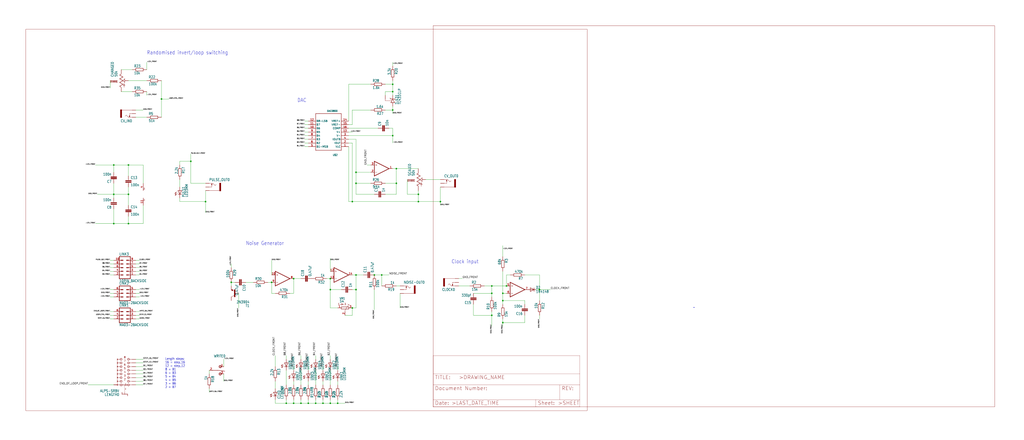
<source format=kicad_sch>
(kicad_sch (version 20211123) (generator eeschema)
  (paper "User" 708.66 304.8)
  (junction (at 203.2 193.04))
  (junction (at 228.6 193.04))
  (junction (at 259.08 190.5))
  (junction (at 187.96 195.58))
  (junction (at 271.78 58.42))
  (junction (at 228.6 279.4))
  (junction (at 347.98 208.28))
  (junction (at 228.6 200.66))
  (junction (at 223.52 279.4))
  (junction (at 271.78 93.98))
  (junction (at 78.74 134.62))
  (junction (at 233.68 279.4))
  (junction (at 208.28 279.4))
  (junction (at 350.52 198.12))
  (junction (at 160.02 195.58))
  (junction (at 246.38 190.5))
  (junction (at 88.9 134.62))
  (junction (at 264.16 190.5))
  (junction (at 88.9 154.94))
  (junction (at 347.98 203.2))
  (junction (at 340.36 198.12))
  (junction (at 289.56 134.62))
  (junction (at 213.36 279.4))
  (junction (at 274.32 127))
  (junction (at 218.44 279.4))
  (junction (at 132.08 111.76))
  (junction (at 111.76 68.58))
  (junction (at 271.78 76.2))
  (junction (at 243.84 139.7))
  (junction (at 142.24 139.7))
  (junction (at 271.78 63.5))
  (junction (at 246.38 200.66))
  (junction (at 347.98 223.52))
  (junction (at 340.36 218.44))
  (junction (at 243.84 213.36))
  (junction (at 274.32 116.84))
  (junction (at 340.36 203.2))
  (junction (at 304.8 139.7))
  (junction (at 88.9 114.3))
  (junction (at 198.12 279.4))
  (junction (at 246.38 119.38))
  (junction (at 373.38 200.66))
  (junction (at 289.56 139.7))
  (junction (at 78.74 154.94))
  (junction (at 246.38 127))
  (junction (at 203.2 279.4))
  (junction (at 78.74 114.3))
  (wire (pts (xy 187.96 203.2) (xy 190.5 203.2)))
  (wire (pts (xy 213.36 254) (xy 213.36 256.54)))
  (wire (pts (xy 99.06 254) (xy 93.98 254)))
  (wire (pts (xy 88.9 114.3) (xy 99.06 114.3)))
  (wire (pts (xy 241.3 99.06) (xy 243.84 99.06)))
  (wire (pts (xy 76.2 218.44) (xy 78.74 218.44)))
  (wire (pts (xy 99.06 127) (xy 99.06 114.3)))
  (wire (pts (xy 271.78 55.88) (xy 271.78 58.42)))
  (wire (pts (xy 363.22 208.28) (xy 363.22 210.82)))
  (wire (pts (xy 96.52 182.88) (xy 93.98 182.88)))
  (wire (pts (xy 233.68 276.86) (xy 233.68 279.4)))
  (wire (pts (xy 233.68 254) (xy 233.68 256.54)))
  (wire (pts (xy 210.82 88.9) (xy 213.36 88.9)))
  (wire (pts (xy 99.06 142.24) (xy 99.06 154.94)))
  (wire (pts (xy 190.5 264.16) (xy 190.5 269.24)))
  (wire (pts (xy 203.2 276.86) (xy 203.2 279.4)))
  (wire (pts (xy 254 114.3) (xy 256.54 114.3)))
  (wire (pts (xy 264.16 190.5) (xy 269.24 190.5)))
  (wire (pts (xy 363.22 190.5) (xy 373.38 190.5)))
  (wire (pts (xy 223.52 254) (xy 223.52 256.54)))
  (wire (pts (xy 170.18 195.58) (xy 175.26 195.58)))
  (wire (pts (xy 274.32 127) (xy 266.7 127)))
  (wire (pts (xy 88.9 121.92) (xy 88.9 114.3)))
  (wire (pts (xy 340.36 218.44) (xy 327.66 218.44)))
  (wire (pts (xy 96.52 203.2) (xy 93.98 203.2)))
  (wire (pts (xy 96.52 180.34) (xy 93.98 180.34)))
  (wire (pts (xy 144.78 269.24) (xy 144.78 271.78)))
  (wire (pts (xy 213.36 276.86) (xy 213.36 279.4)))
  (wire (pts (xy 99.06 264.16) (xy 93.98 264.16)))
  (wire (pts (xy 96.52 215.9) (xy 93.98 215.9)))
  (wire (pts (xy 238.76 218.44) (xy 243.84 218.44)))
  (wire (pts (xy 266.7 66.04) (xy 266.7 63.5)))
  (wire (pts (xy 91.44 48.26) (xy 83.82 48.26)))
  (wire (pts (xy 154.94 259.08) (xy 154.94 264.16)))
  (wire (pts (xy 223.52 264.16) (xy 223.52 266.7)))
  (wire (pts (xy 76.2 203.2) (xy 78.74 203.2)))
  (wire (pts (xy 274.32 134.62) (xy 274.32 127)))
  (wire (pts (xy 256.54 58.42) (xy 241.3 58.42)))
  (wire (pts (xy 210.82 101.6) (xy 213.36 101.6)))
  (wire (pts (xy 76.2 185.42) (xy 78.74 185.42)))
  (wire (pts (xy 274.32 116.84) (xy 289.56 116.84)))
  (wire (pts (xy 347.98 208.28) (xy 363.22 208.28)))
  (wire (pts (xy 223.52 279.4) (xy 218.44 279.4)))
  (wire (pts (xy 233.68 279.4) (xy 228.6 279.4)))
  (wire (pts (xy 243.84 99.06) (xy 243.84 139.7)))
  (wire (pts (xy 187.96 180.34) (xy 187.96 190.5)))
  (wire (pts (xy 99.06 266.7) (xy 93.98 266.7)))
  (wire (pts (xy 363.22 223.52) (xy 363.22 218.44)))
  (wire (pts (xy 271.78 66.04) (xy 271.78 63.5)))
  (wire (pts (xy 271.78 93.98) (xy 271.78 99.06)))
  (wire (pts (xy 256.54 76.2) (xy 243.84 76.2)))
  (wire (pts (xy 132.08 111.76) (xy 132.08 106.68)))
  (wire (pts (xy 317.5 198.12) (xy 325.12 198.12)))
  (wire (pts (xy 187.96 195.58) (xy 185.42 195.58)))
  (wire (pts (xy 124.46 111.76) (xy 132.08 111.76)))
  (wire (pts (xy 99.06 261.62) (xy 93.98 261.62)))
  (wire (pts (xy 96.52 190.5) (xy 93.98 190.5)))
  (wire (pts (xy 228.6 246.38) (xy 228.6 248.92)))
  (wire (pts (xy 76.2 60.96) (xy 76.2 55.88)))
  (wire (pts (xy 76.2 205.74) (xy 78.74 205.74)))
  (wire (pts (xy 246.38 127) (xy 256.54 127)))
  (wire (pts (xy 218.44 276.86) (xy 218.44 279.4)))
  (wire (pts (xy 246.38 96.52) (xy 246.38 119.38)))
  (wire (pts (xy 243.84 76.2) (xy 243.84 86.36)))
  (wire (pts (xy 271.78 63.5) (xy 271.78 58.42)))
  (wire (pts (xy 266.7 58.42) (xy 271.78 58.42)))
  (wire (pts (xy 213.36 264.16) (xy 213.36 266.7)))
  (wire (pts (xy 243.84 200.66) (xy 246.38 200.66)))
  (wire (pts (xy 243.84 139.7) (xy 289.56 139.7)))
  (wire (pts (xy 162.56 195.58) (xy 160.02 195.58)))
  (wire (pts (xy 96.52 220.98) (xy 93.98 220.98)))
  (wire (pts (xy 228.6 193.04) (xy 226.06 193.04)))
  (wire (pts (xy 66.04 154.94) (xy 78.74 154.94)))
  (wire (pts (xy 203.2 279.4) (xy 198.12 279.4)))
  (wire (pts (xy 165.1 213.36) (xy 165.1 203.2)))
  (wire (pts (xy 142.24 139.7) (xy 142.24 147.32)))
  (wire (pts (xy 88.9 129.54) (xy 88.9 134.62)))
  (wire (pts (xy 271.78 78.74) (xy 271.78 76.2)))
  (wire (pts (xy 281.94 134.62) (xy 289.56 134.62)))
  (wire (pts (xy 200.66 203.2) (xy 203.2 203.2)))
  (wire (pts (xy 160.02 198.12) (xy 160.02 195.58)))
  (wire (pts (xy 132.08 127) (xy 132.08 111.76)))
  (wire (pts (xy 238.76 279.4) (xy 233.68 279.4)))
  (wire (pts (xy 78.74 137.16) (xy 78.74 134.62)))
  (wire (pts (xy 124.46 139.7) (xy 142.24 139.7)))
  (wire (pts (xy 228.6 179.07) (xy 228.6 187.96)))
  (wire (pts (xy 218.44 279.4) (xy 213.36 279.4)))
  (wire (pts (xy 208.28 276.86) (xy 208.28 279.4)))
  (wire (pts (xy 335.28 198.12) (xy 340.36 198.12)))
  (wire (pts (xy 213.36 279.4) (xy 208.28 279.4)))
  (wire (pts (xy 340.36 205.74) (xy 340.36 203.2)))
  (wire (pts (xy 271.78 43.18) (xy 271.78 45.72)))
  (wire (pts (xy 347.98 208.28) (xy 347.98 210.82)))
  (wire (pts (xy 160.02 182.88) (xy 160.02 185.42)))
  (wire (pts (xy 276.86 203.2) (xy 276.86 213.36)))
  (wire (pts (xy 223.52 276.86) (xy 223.52 279.4)))
  (wire (pts (xy 101.6 43.18) (xy 101.6 48.26)))
  (wire (pts (xy 340.36 203.2) (xy 327.66 203.2)))
  (wire (pts (xy 370.84 200.66) (xy 373.38 200.66)))
  (wire (pts (xy 88.9 154.94) (xy 99.06 154.94)))
  (wire (pts (xy 320.04 193.04) (xy 317.5 193.04)))
  (wire (pts (xy 218.44 246.38) (xy 218.44 248.92)))
  (wire (pts (xy 88.9 142.24) (xy 88.9 134.62)))
  (wire (pts (xy 259.08 190.5) (xy 264.16 190.5)))
  (wire (pts (xy 233.68 213.36) (xy 228.6 213.36)))
  (wire (pts (xy 88.9 149.86) (xy 88.9 154.94)))
  (wire (pts (xy 208.28 246.38) (xy 208.28 248.92)))
  (wire (pts (xy 76.2 220.98) (xy 78.74 220.98)))
  (wire (pts (xy 76.2 190.5) (xy 78.74 190.5)))
  (wire (pts (xy 60.96 266.7) (xy 78.74 266.7)))
  (wire (pts (xy 218.44 256.54) (xy 218.44 266.7)))
  (wire (pts (xy 190.5 279.4) (xy 198.12 279.4)))
  (wire (pts (xy 271.78 76.2) (xy 271.78 73.66)))
  (wire (pts (xy 228.6 200.66) (xy 228.6 213.36)))
  (wire (pts (xy 96.52 187.96) (xy 93.98 187.96)))
  (wire (pts (xy 187.96 195.58) (xy 187.96 203.2)))
  (wire (pts (xy 281.94 124.46) (xy 281.94 134.62)))
  (wire (pts (xy 78.74 127) (xy 78.74 134.62)))
  (wire (pts (xy 99.06 248.92) (xy 93.98 248.92)))
  (wire (pts (xy 294.64 124.46) (xy 304.8 124.46)))
  (wire (pts (xy 210.82 91.44) (xy 213.36 91.44)))
  (wire (pts (xy 289.56 134.62) (xy 289.56 132.08)))
  (wire (pts (xy 243.84 218.44) (xy 243.84 213.36)))
  (wire (pts (xy 340.36 218.44) (xy 340.36 215.9)))
  (wire (pts (xy 78.74 154.94) (xy 88.9 154.94)))
  (wire (pts (xy 259.08 134.62) (xy 246.38 134.62)))
  (wire (pts (xy 203.2 254) (xy 203.2 256.54)))
  (wire (pts (xy 246.38 119.38) (xy 246.38 127)))
  (wire (pts (xy 124.46 137.16) (xy 124.46 139.7)))
  (wire (pts (xy 271.78 88.9) (xy 271.78 93.98)))
  (wire (pts (xy 289.56 139.7) (xy 304.8 139.7)))
  (wire (pts (xy 340.36 203.2) (xy 340.36 198.12)))
  (wire (pts (xy 76.2 187.96) (xy 78.74 187.96)))
  (wire (pts (xy 203.2 203.2) (xy 203.2 193.04)))
  (wire (pts (xy 76.2 180.34) (xy 78.74 180.34)))
  (wire (pts (xy 142.24 132.08) (xy 142.24 139.7)))
  (wire (pts (xy 246.38 200.66) (xy 246.38 213.36)))
  (wire (pts (xy 350.52 190.5) (xy 350.52 198.12)))
  (wire (pts (xy 373.38 220.98) (xy 373.38 218.44)))
  (wire (pts (xy 210.82 86.36) (xy 213.36 86.36)))
  (wire (pts (xy 241.3 88.9) (xy 261.62 88.9)))
  (wire (pts (xy 76.2 182.88) (xy 78.74 182.88)))
  (wire (pts (xy 246.38 134.62) (xy 246.38 127)))
  (wire (pts (xy 269.24 88.9) (xy 271.78 88.9)))
  (wire (pts (xy 78.74 114.3) (xy 88.9 114.3)))
  (wire (pts (xy 124.46 124.46) (xy 124.46 129.54)))
  (wire (pts (xy 241.3 101.6) (xy 241.3 139.7)))
  (wire (pts (xy 76.2 215.9) (xy 78.74 215.9)))
  (wire (pts (xy 210.82 83.82) (xy 213.36 83.82)))
  (wire (pts (xy 96.52 200.66) (xy 93.98 200.66)))
  (wire (pts (xy 142.24 127) (xy 132.08 127)))
  (wire (pts (xy 251.46 190.5) (xy 246.38 190.5)))
  (wire (pts (xy 99.06 256.54) (xy 93.98 256.54)))
  (wire (pts (xy 99.06 251.46) (xy 93.98 251.46)))
  (wire (pts (xy 241.3 139.7) (xy 243.84 139.7)))
  (wire (pts (xy 208.28 193.04) (xy 203.2 193.04)))
  (wire (pts (xy 271.78 116.84) (xy 274.32 116.84)))
  (wire (pts (xy 271.78 93.98) (xy 241.3 93.98)))
  (wire (pts (xy 99.06 259.08) (xy 93.98 259.08)))
  (wire (pts (xy 101.6 81.28) (xy 93.98 81.28)))
  (wire (pts (xy 190.5 276.86) (xy 190.5 279.4)))
  (wire (pts (xy 78.74 134.62) (xy 88.9 134.62)))
  (wire (pts (xy 246.38 190.5) (xy 243.84 190.5)))
  (wire (pts (xy 101.6 55.88) (xy 88.9 55.88)))
  (wire (pts (xy 246.38 119.38) (xy 256.54 119.38)))
  (wire (pts (xy 266.7 76.2) (xy 271.78 76.2)))
  (wire (pts (xy 266.7 134.62) (xy 274.32 134.62)))
  (wire (pts (xy 208.28 279.4) (xy 203.2 279.4)))
  (wire (pts (xy 210.82 93.98) (xy 213.36 93.98)))
  (wire (pts (xy 67.31 134.62) (xy 78.74 134.62)))
  (wire (pts (xy 373.38 190.5) (xy 373.38 200.66)))
  (wire (pts (xy 101.6 66.04) (xy 101.6 63.5)))
  (wire (pts (xy 340.36 226.06) (xy 340.36 218.44)))
  (wire (pts (xy 203.2 264.16) (xy 203.2 266.7)))
  (wire (pts (xy 228.6 193.04) (xy 228.6 200.66)))
  (wire (pts (xy 266.7 63.5) (xy 271.78 63.5)))
  (wire (pts (xy 243.84 91.44) (xy 241.3 91.44)))
  (wire (pts (xy 124.46 114.3) (xy 124.46 111.76)))
  (wire (pts (xy 190.5 246.38) (xy 190.5 254)))
  (wire (pts (xy 264.16 198.12) (xy 264.16 190.5)))
  (wire (pts (xy 373.38 200.66) (xy 381 200.66)))
  (wire (pts (xy 111.76 68.58) (xy 116.84 68.58)))
  (wire (pts (xy 228.6 279.4) (xy 223.52 279.4)))
  (wire (pts (xy 78.74 144.78) (xy 78.74 154.94)))
  (wire (pts (xy 76.2 200.66) (xy 78.74 200.66)))
  (wire (pts (xy 274.32 116.84) (xy 274.32 127)))
  (wire (pts (xy 78.74 119.38) (xy 78.74 114.3)))
  (wire (pts (xy 327.66 210.82) (xy 327.66 218.44)))
  (wire (pts (xy 228.6 256.54) (xy 228.6 266.7)))
  (wire (pts (xy 347.98 226.06) (xy 347.98 223.52)))
  (wire (pts (xy 243.84 86.36) (xy 241.3 86.36)))
  (wire (pts (xy 304.8 129.54) (xy 304.8 139.7)))
  (wire (pts (xy 144.78 256.54) (xy 144.78 259.08)))
  (wire (pts (xy 347.98 223.52) (xy 347.98 220.98)))
  (wire (pts (xy 208.28 256.54) (xy 208.28 266.7)))
  (wire (pts (xy 233.68 264.16) (xy 233.68 266.7)))
  (wire (pts (xy 241.3 96.52) (xy 246.38 96.52)))
  (wire (pts (xy 246.38 190.5) (xy 246.38 200.66)))
  (wire (pts (xy 96.52 218.44) (xy 93.98 218.44)))
  (wire (pts (xy 91.44 63.5) (xy 83.82 63.5)))
  (wire (pts (xy 111.76 68.58) (xy 111.76 81.28)))
  (wire (pts (xy 236.22 200.66) (xy 228.6 200.66)))
  (wire (pts (xy 228.6 276.86) (xy 228.6 279.4)))
  (wire (pts (xy 198.12 279.4) (xy 198.12 276.86)))
  (wire (pts (xy 210.82 99.06) (xy 213.36 99.06)))
  (wire (pts (xy 353.06 190.5) (xy 350.52 190.5)))
  (wire (pts (xy 154.94 248.92) (xy 154.94 254)))
  (wire (pts (xy 347.98 187.96) (xy 347.98 203.2)))
  (wire (pts (xy 340.36 198.12) (xy 350.52 198.12)))
  (wire (pts (xy 96.52 205.74) (xy 93.98 205.74)))
  (wire (pts (xy 241.3 58.42) (xy 241.3 83.82)))
  (wire (pts (xy 289.56 139.7) (xy 289.56 134.62)))
  (wire (pts (xy 96.52 185.42) (xy 93.98 185.42)))
  (wire (pts (xy 347.98 203.2) (xy 347.98 208.28)))
  (wire (pts (xy 347.98 170.18) (xy 347.98 177.8)))
  (wire (pts (xy 99.06 76.2) (xy 93.98 76.2)))
  (wire (pts (xy 210.82 96.52) (xy 213.36 96.52)))
  (wire (pts (xy 198.12 246.38) (xy 198.12 248.92)))
  (wire (pts (xy 111.76 55.88) (xy 111.76 68.58)))
  (wire (pts (xy 243.84 213.36) (xy 246.38 213.36)))
  (wire (pts (xy 373.38 208.28) (xy 373.38 200.66)))
  (wire (pts (xy 276.86 198.12) (xy 274.32 198.12)))
  (wire (pts (xy 304.8 139.7) (xy 304.8 142.24)))
  (wire (pts (xy 66.04 114.3) (xy 78.74 114.3)))
  (wire (pts (xy 259.08 214.63) (xy 259.08 200.66)))
  (wire (pts (xy 198.12 256.54) (xy 198.12 266.7)))
  (wire (pts (xy 347.98 223.52) (xy 363.22 223.52)))
  (wire (pts (xy 350.52 203.2) (xy 347.98 203.2)))
  (text "Randomised invert/loop switching" (at 101.6 38.1 180) (effects (font (size 2.54 2.159)) (justify left bottom)))
  (text "Noise Generator" (at 170.18 170.18 180) (effects (font (size 2.54 2.159)) (justify left bottom)))
  (text "Clock input" (at 312.42 182.88 180) (effects (font (size 2.54 2.159)) (justify left bottom)))
  (text "/Users/aash/Dropbox/Electronics/~{MODULAR/design/logo} copy.bmp" (at 480.06 213.3727 0) (effects (font (size 0.005 0.005)) (justify left bottom)))
  (text "Length steps:\n16 = step_16\n12 = step_12\n8 = B1\n6 = B3\n5 = B4\n4 = B5\n3 = B6\n2 = B7" (at 114.3 269.24 0) (effects (font (size 1.524 1.2954)) (justify left bottom)))
  (text "DAC" (at 205.74 71.12 180) (effects (font (size 2.54 2.159)) (justify left bottom)))
  (label "+12V_FRONT" (at 242.57 91.44 0) (effects (font (size 0.7112 0.7112))))
  (label "B2_FRONT" (at 228.6 246.38 90) (effects (font (size 1.2446 1.2446))))
  (label "-12V_FRONT" (at 96.52 205.74 0) (effects (font (size 0.7112 0.7112))))
  (label "GND_FRONT" (at 96.52 203.2 0) (effects (font (size 0.7112 0.7112))))
  (label "GND_FRONT" (at 142.24 147.32 0) (effects (font (size 0.7112 0.7112))))
  (label "GND_FRONT" (at 76.2 60.96 180) (effects (font (size 0.7112 0.7112))))
  (label "B1_FRONT" (at 210.82 101.6 180) (effects (font (size 0.7112 0.7112))))
  (label "+12V_FRONT" (at 271.78 44.45 0) (effects (font (size 0.7112 0.7112))))
  (label "GND_FRONT" (at 254 114.3 90) (effects (font (size 1.2446 1.2446))))
  (label "-12V_FRONT" (at 76.2 205.74 180) (effects (font (size 0.7112 0.7112))))
  (label "B3_FRONT" (at 96.52 187.96 0) (effects (font (size 0.7112 0.7112))))
  (label "B6_FRONT" (at 76.2 185.42 180) (effects (font (size 0.7112 0.7112))))
  (label "B5_FRONT" (at 99.06 261.62 0) (effects (font (size 0.889 0.889))))
  (label "B1_FRONT" (at 96.52 190.5 0) (effects (font (size 0.7112 0.7112))))
  (label "+12V_FRONT" (at 96.52 200.66 0) (effects (font (size 0.7112 0.7112))))
  (label "NOISE_FRONT" (at 269.24 190.5 0) (effects (font (size 1.2446 1.2446))))
  (label "B4_FRONT" (at 76.2 187.96 180) (effects (font (size 0.7112 0.7112))))
  (label "B4_FRONT" (at 210.82 93.98 180) (effects (font (size 0.7112 0.7112))))
  (label "B3_FRONT" (at 99.06 256.54 0) (effects (font (size 0.889 0.889))))
  (label "B3_FRONT" (at 223.52 254 90) (effects (font (size 1.2446 1.2446))))
  (label "B5_FRONT" (at 210.82 91.44 180) (effects (font (size 0.7112 0.7112))))
  (label "GND_FRONT" (at 271.78 78.74 0) (effects (font (size 0.7112 0.7112))))
  (label "LOOP_CTRL_FRONT" (at 76.2 218.44 180) (effects (font (size 0.7112 0.7112))))
  (label "B8_FRONT" (at 210.82 83.82 180) (effects (font (size 0.7112 0.7112))))
  (label "WRITE_SW_FRONT" (at 144.78 271.78 0) (effects (font (size 0.7112 0.7112))))
  (label "-12V_FRONT" (at 101.6 66.04 0) (effects (font (size 0.7112 0.7112))))
  (label "B6_FRONT" (at 208.28 246.38 90) (effects (font (size 1.2446 1.2446))))
  (label "B7_FRONT" (at 203.2 254 90) (effects (font (size 1.2446 1.2446))))
  (label "WRITE_SW_FRONT" (at 96.52 215.9 0) (effects (font (size 0.7112 0.7112))))
  (label "-12V_FRONT" (at 271.78 99.06 0) (effects (font (size 0.7112 0.7112))))
  (label "+12V_FRONT" (at 76.2 200.66 180) (effects (font (size 0.7112 0.7112))))
  (label "GND_FRONT" (at 76.2 203.2 180) (effects (font (size 0.7112 0.7112))))
  (label "B6_FRONT" (at 210.82 88.9 180) (effects (font (size 0.7112 0.7112))))
  (label "STEP_16_FRONT" (at 99.06 248.92 0) (effects (font (size 0.889 0.889))))
  (label "GND_FRONT" (at 228.6 180.34 0) (effects (font (size 0.7112 0.7112))))
  (label "+12V_FRONT" (at 160.02 184.15 90) (effects (font (size 0.7112 0.7112))))
  (label "B8_FRONT" (at 76.2 182.88 180) (effects (font (size 0.7112 0.7112))))
  (label "GND_FRONT" (at 347.98 224.79 270) (effects (font (size 0.7112 0.7112))))
  (label "GND_FRONT" (at 154.94 264.16 0) (effects (font (size 0.7112 0.7112))))
  (label "GND_FRONT" (at 276.86 213.36 0) (effects (font (size 0.7112 0.7112))))
  (label "B3_FRONT" (at 210.82 96.52 180) (effects (font (size 0.7112 0.7112))))
  (label "END_OF_LOOP_FRONT" (at 60.96 266.7 180) (effects (font (size 1.2446 1.2446))))
  (label "GND_FRONT" (at 320.04 193.04 0) (effects (font (size 1.2446 1.2446))))
  (label "B1_FRONT" (at 233.68 254 90) (effects (font (size 1.2446 1.2446))))
  (label "B1_FRONT" (at 99.06 254 0) (effects (font (size 0.889 0.889))))
  (label "B7_FRONT" (at 99.06 266.7 0) (effects (font (size 0.889 0.889))))
  (label "+12V_FRONT" (at 101.6 43.18 0) (effects (font (size 0.7112 0.7112))))
  (label "STEP_12_FRONT" (at 96.52 218.44 0) (effects (font (size 0.7112 0.7112))))
  (label "PULSE_OUT_FRONT" (at 76.2 180.34 180) (effects (font (size 0.7112 0.7112))))
  (label "B2_FRONT" (at 210.82 99.06 180) (effects (font (size 0.7112 0.7112))))
  (label "B6_FRONT" (at 99.06 264.16 0) (effects (font (size 0.889 0.889))))
  (label "+12V_FRONT" (at 66.04 114.3 180) (effects (font (size 0.7112 0.7112))))
  (label "STEP_16_FRONT" (at 76.2 220.98 180) (effects (font (size 0.7112 0.7112))))
  (label "GND_FRONT" (at 304.8 142.24 0) (effects (font (size 0.7112 0.7112))))
  (label "B5_FRONT" (at 96.52 185.42 0) (effects (font (size 0.7112 0.7112))))
  (label "CLOCK_FRONT" (at 96.52 180.34 0) (effects (font (size 0.7112 0.7112))))
  (label "GND_FRONT" (at 187.96 180.34 0) (effects (font (size 0.7112 0.7112))))
  (label "CLOCK_FRONT" (at 190.5 246.38 90) (effects (font (size 1.2446 1.2446))))
  (label "B7_FRONT" (at 210.82 86.36 180) (effects (font (size 0.7112 0.7112))))
  (label "PULSE_OUT_FRONT" (at 132.08 106.68 0) (effects (font (size 0.7112 0.7112))))
  (label "+12V_FRONT" (at 154.94 248.92 0) (effects (font (size 0.7112 0.7112))))
  (label "GND_FRONT" (at 259.08 214.63 270) (effects (font (size 0.7112 0.7112))))
  (label "CLOCK_FRONT" (at 381 200.66 0) (effects (font (size 1.2446 1.2446))))
  (label "B8_FRONT" (at 198.12 246.38 90) (effects (font (size 1.2446 1.2446))))
  (label "NOISE_FRONT" (at 96.52 220.98 0) (effects (font (size 0.7112 0.7112))))
  (label "LOOP_CTRL_FRONT" (at 116.84 68.58 0) (effects (font (size 0.7112 0.7112))))
  (label "+12V_FRONT" (at 347.98 172.72 0) (effects (font (size 0.7112 0.7112))))
  (label "END_OF_LOOP_FRONT" (at 76.2 215.9 180) (effects (font (size 0.7112 0.7112))))
  (label "GND_FRONT" (at 340.36 224.79 270) (effects (font (size 0.7112 0.7112))))
  (label "B4_FRONT" (at 99.06 259.08 0) (effects (font (size 0.889 0.889))))
  (label "B4_FRONT" (at 218.44 246.38 90) (effects (font (size 1.2446 1.2446))))
  (label "GND_FRONT" (at 238.76 279.4 0) (effects (font (size 0.7112 0.7112))))
  (label "B5_FRONT" (at 213.36 254 90) (effects (font (size 1.2446 1.2446))))
  (label "GND_FRONT" (at 99.06 76.2 0) (effects (font (size 0.7112 0.7112))))
  (label "-12V_FRONT" (at 66.04 154.94 180) (effects (font (size 0.7112 0.7112))))
  (label "GND_FRONT" (at 373.38 220.98 270) (effects (font (size 0.7112 0.7112))))
  (label "GND_FRONT" (at 67.31 134.62 180) (effects (font (size 0.7112 0.7112))))
  (label "STEP_12_FRONT" (at 99.06 251.46 0) (effects (font (size 0.889 0.889))))
  (label "B7_FRONT" (at 96.52 182.88 0) (effects (font (size 0.7112 0.7112))))
  (label "B2_FRONT" (at 76.2 190.5 180) (effects (font (size 0.7112 0.7112))))
  (label "GND_FRONT" (at 165.1 213.36 270) (effects (font (size 0.7112 0.7112))))
  (symbol (lib_id "TuringFront-eagle-import:BOURNS_3362P_TRIMMERP") (at 238.76 213.36 270) (unit 1)
    (property "Reference" "VR1" (at 234.95 207.645 90) (effects (font (size 1.524 1.2954)) (justify left bottom)))
    (property "Value" "1m" (at 234.95 209.55 90) (effects (font (size 1.524 1.2954)) (justify left bottom)))
    (property "Footprint" "TuringFront:BOURNS_3362P_TRIMMER" (effects hide))
  )
  (symbol (lib_id "TuringFront-eagle-import:C-EU050-024X044") (at 78.74 124.46 180) (unit 1)
    (property "Reference" "C7" (at 77.216 124.841 0) (effects (font (size 1.778 1.5113)) (justify left bottom)))
    (property "Value" "100n" (at 77.216 119.761 0) (effects (font (size 1.778 1.5113)) (justify left bottom)))
    (property "Footprint" "TuringFront:C050-024X044" (effects hide))
  )
  (symbol (lib_id "TuringFront-eagle-import:9MM_SNAP-IN_POT_CHASSIS") (at 289.56 124.46 0) (unit 1)
    (property "Reference" "SCALE0" (at 284.48 121.92 90) (effects (font (size 1.778 1.5113)) (justify left bottom)))
    (property "Value" "50k" (at 287.02 121.92 90) (effects (font (size 1.778 1.5113)) (justify left bottom)))
    (property "Footprint" "TuringFront:9MM_SNAP-IN_POT" (effects hide))
  )
  (symbol (lib_id "TuringFront-eagle-import:10PIN_BACKSIDE") (at 86.36 185.42 0) (unit 1)
    (property "Reference" "LINK3" (at 82.55 177.038 0) (effects (font (size 1.778 1.5113)) (justify left bottom)))
    (property "Value" "10PIN_BACKSIDE" (at 82.55 195.58 0) (effects (font (size 1.778 1.5113)) (justify left bottom)))
    (property "Footprint" "TuringFront:10PIN_BACKSIDE" (effects hide))
  )
  (symbol (lib_id "TuringFront-eagle-import:R-EU_0207{slash}7") (at 195.58 203.2 180) (unit 1)
    (property "Reference" "R31" (at 199.39 204.6986 0) (effects (font (size 1.778 1.5113)) (justify left bottom)))
    (property "Value" "470k" (at 199.39 199.898 0) (effects (font (size 1.778 1.5113)) (justify left bottom)))
    (property "Footprint" "TuringFront:0207_7" (effects hide))
  )
  (symbol (lib_id "TuringFront-eagle-import:DAC0800") (at 228.6 91.44 180) (unit 1)
    (property "Reference" "U$2" (at 233.68 106.68 0) (effects (font (size 1.27 1.0795)) (justify left bottom)))
    (property "Value" "DAC0800" (at 233.68 76.2 0) (effects (font (size 1.27 1.0795)) (justify left bottom)))
    (property "Footprint" "TuringFront:DIL16" (effects hide))
  )
  (symbol (lib_id "TuringFront-eagle-import:R-EU_0207{slash}7") (at 106.68 55.88 0) (unit 1)
    (property "Reference" "R22" (at 102.87 54.3814 0) (effects (font (size 1.778 1.5113)) (justify left bottom)))
    (property "Value" "100k" (at 102.87 59.182 0) (effects (font (size 1.778 1.5113)) (justify left bottom)))
    (property "Footprint" "TuringFront:0207_7" (effects hide))
  )
  (symbol (lib_id "TuringFront-eagle-import:LED3MM") (at 124.46 132.08 0) (unit 1)
    (property "Reference" "PULS1" (at 128.016 136.652 90) (effects (font (size 1.778 1.5113)) (justify left bottom)))
    (property "Value" "LED3MM" (at 130.175 136.652 90) (effects (font (size 1.778 1.5113)) (justify left bottom)))
    (property "Footprint" "TuringFront:LED3MM" (effects hide))
  )
  (symbol (lib_id "TuringFront-eagle-import:R-EU_0207{slash}7") (at 198.12 271.78 270) (unit 1)
    (property "Reference" "R1" (at 199.6186 267.97 0) (effects (font (size 1.778 1.5113)) (justify left bottom)))
    (property "Value" "2.2k" (at 194.818 267.97 0) (effects (font (size 1.778 1.5113)) (justify left bottom)))
    (property "Footprint" "TuringFront:0207_7" (effects hide))
  )
  (symbol (lib_id "TuringFront-eagle-import:R-EU_0207{slash}7") (at 124.46 119.38 270) (unit 1)
    (property "Reference" "R17" (at 125.9586 115.57 0) (effects (font (size 1.778 1.5113)) (justify left bottom)))
    (property "Value" "2.2k" (at 121.158 115.57 0) (effects (font (size 1.778 1.5113)) (justify left bottom)))
    (property "Footprint" "TuringFront:0207_7" (effects hide))
  )
  (symbol (lib_id "TuringFront-eagle-import:DINA3_L") (at 299.72 281.94 0) (unit 2)
    (property "Reference" "#FRAME1" (effects hide))
    (property "Value" "DINA3_L" (effects hide))
    (property "Footprint" "TuringFront:" (effects hide))
  )
  (symbol (lib_id "TuringFront-eagle-import:R-EU_0207{slash}7") (at 233.68 271.78 90) (unit 1)
    (property "Reference" "R21" (at 232.1814 275.59 0) (effects (font (size 1.778 1.5113)) (justify left bottom)))
    (property "Value" "2.2k" (at 236.982 275.59 0) (effects (font (size 1.778 1.5113)) (justify left bottom)))
    (property "Footprint" "TuringFront:0207_7" (effects hide))
  )
  (symbol (lib_id "TuringFront-eagle-import:MA03-2BACKSIDE") (at 86.36 203.2 0) (unit 1)
    (property "Reference" "LINK2" (at 82.55 197.358 0) (effects (font (size 1.778 1.5113)) (justify left bottom)))
    (property "Value" "MA03-2BACKSIDE" (at 82.55 210.82 0) (effects (font (size 1.778 1.5113)) (justify left bottom)))
    (property "Footprint" "TuringFront:MA03-2BACKSIDE" (effects hide))
  )
  (symbol (lib_id "TuringFront-eagle-import:R-EU_0207{slash}7") (at 160.02 190.5 270) (unit 1)
    (property "Reference" "R29" (at 161.5186 186.69 0) (effects (font (size 1.778 1.5113)) (justify left bottom)))
    (property "Value" "100k" (at 156.718 186.69 0) (effects (font (size 1.778 1.5113)) (justify left bottom)))
    (property "Footprint" "TuringFront:0207_7" (effects hide))
  )
  (symbol (lib_id "TuringFront-eagle-import:R-EU_0207{slash}7") (at 213.36 271.78 270) (unit 1)
    (property "Reference" "R8" (at 214.8586 267.97 0) (effects (font (size 1.778 1.5113)) (justify left bottom)))
    (property "Value" "2.2k" (at 210.058 267.97 0) (effects (font (size 1.778 1.5113)) (justify left bottom)))
    (property "Footprint" "TuringFront:0207_7" (effects hide))
  )
  (symbol (lib_id "TuringFront-eagle-import:C-EU050-035X075") (at 210.82 193.04 90) (unit 1)
    (property "Reference" "C18" (at 210.439 191.516 0) (effects (font (size 1.778 1.5113)) (justify left bottom)))
    (property "Value" "0.47uf" (at 215.519 191.516 0) (effects (font (size 1.778 1.5113)) (justify left bottom)))
    (property "Footprint" "TuringFront:C050-035X075" (effects hide))
  )
  (symbol (lib_id "TuringFront-eagle-import:R-EU_0207{slash}7") (at 180.34 195.58 0) (unit 1)
    (property "Reference" "R30" (at 176.53 194.0814 0) (effects (font (size 1.778 1.5113)) (justify left bottom)))
    (property "Value" "10k" (at 176.53 198.882 0) (effects (font (size 1.778 1.5113)) (justify left bottom)))
    (property "Footprint" "TuringFront:0207_7" (effects hide))
  )
  (symbol (lib_id "TuringFront-eagle-import:R-EU_0207{slash}7") (at 96.52 63.5 0) (unit 1)
    (property "Reference" "R35" (at 92.71 62.0014 0) (effects (font (size 1.778 1.5113)) (justify left bottom)))
    (property "Value" "10k" (at 92.71 66.802 0) (effects (font (size 1.778 1.5113)) (justify left bottom)))
    (property "Footprint" "TuringFront:0207_7" (effects hide))
  )
  (symbol (lib_id "TuringFront-eagle-import:C-EU050-024X044") (at 238.76 200.66 90) (unit 1)
    (property "Reference" "C12" (at 238.379 199.136 0) (effects (font (size 1.778 1.5113)) (justify left bottom)))
    (property "Value" "1n" (at 243.459 199.136 0) (effects (font (size 1.778 1.5113)) (justify left bottom)))
    (property "Footprint" "TuringFront:C050-024X044" (effects hide))
  )
  (symbol (lib_id "TuringFront-eagle-import:THONKICONNNEW") (at 281.94 200.66 0) (unit 1)
    (property "Reference" "NOISE-OUT0" (at 279.4 196.596 0) (effects (font (size 1.778 1.5113)) (justify left bottom)))
    (property "Value" "THONKICONNNEW" (effects hide))
    (property "Footprint" "TuringFront:WQP-PJ301M-12_JACK" (effects hide))
  )
  (symbol (lib_id "TuringFront-eagle-import:R-EU_0207{slash}7") (at 96.52 48.26 0) (unit 1)
    (property "Reference" "R23" (at 92.71 46.7614 0) (effects (font (size 1.778 1.5113)) (justify left bottom)))
    (property "Value" "10k" (at 92.71 51.562 0) (effects (font (size 1.778 1.5113)) (justify left bottom)))
    (property "Footprint" "TuringFront:0207_7" (effects hide))
  )
  (symbol (lib_id "TuringFront-eagle-import:R-EU_0207{slash}7") (at 269.24 198.12 180) (unit 1)
    (property "Reference" "R19" (at 273.05 199.6186 0) (effects (font (size 1.778 1.5113)) (justify left bottom)))
    (property "Value" "1k" (at 273.05 194.818 0) (effects (font (size 1.778 1.5113)) (justify left bottom)))
    (property "Footprint" "TuringFront:0207_7" (effects hide))
  )
  (symbol (lib_id "TuringFront-eagle-import:C-EU050-024X044") (at 363.22 215.9 180) (unit 1)
    (property "Reference" "C16" (at 361.696 216.281 0) (effects (font (size 1.778 1.5113)) (justify left bottom)))
    (property "Value" "100n" (at 361.696 211.201 0) (effects (font (size 1.778 1.5113)) (justify left bottom)))
    (property "Footprint" "TuringFront:C050-024X044" (effects hide))
  )
  (symbol (lib_id "TuringFront-eagle-import:R-EU_0207{slash}7") (at 220.98 193.04 180) (unit 1)
    (property "Reference" "R32" (at 224.79 194.5386 0) (effects (font (size 1.778 1.5113)) (justify left bottom)))
    (property "Value" "1k" (at 224.79 189.738 0) (effects (font (size 1.778 1.5113)) (justify left bottom)))
    (property "Footprint" "TuringFront:0207_7" (effects hide))
  )
  (symbol (lib_id "TuringFront-eagle-import:C-EU050-024X044") (at 78.74 142.24 180) (unit 1)
    (property "Reference" "C8" (at 77.216 142.621 0) (effects (font (size 1.778 1.5113)) (justify left bottom)))
    (property "Value" "100n" (at 77.216 137.541 0) (effects (font (size 1.778 1.5113)) (justify left bottom)))
    (property "Footprint" "TuringFront:C050-024X044" (effects hide))
  )
  (symbol (lib_id "TuringFront-eagle-import:TL074_") (at 195.58 193.04 0) (unit 3)
    (property "Reference" "U1" (effects hide))
    (property "Value" "TL074_" (effects hide))
    (property "Footprint" "TuringFront:DIL14" (effects hide))
  )
  (symbol (lib_id "TuringFront-eagle-import:R-EU_0207{slash}7") (at 347.98 215.9 90) (unit 1)
    (property "Reference" "R9" (at 346.4814 219.71 0) (effects (font (size 1.778 1.5113)) (justify left bottom)))
    (property "Value" "15k" (at 351.282 219.71 0) (effects (font (size 1.778 1.5113)) (justify left bottom)))
    (property "Footprint" "TuringFront:0207_7" (effects hide))
  )
  (symbol (lib_id "TuringFront-eagle-import:LED3MM") (at 218.44 251.46 0) (unit 1)
    (property "Reference" "UNK4" (at 221.996 256.032 90) (effects (font (size 1.778 1.5113)) (justify left bottom)))
    (property "Value" "LED3MM" (at 224.155 256.032 90) (effects (font (size 1.778 1.5113)) (justify left bottom)))
    (property "Footprint" "TuringFront:LED3MM" (effects hide))
  )
  (symbol (lib_id "TuringFront-eagle-import:LED3MM") (at 233.68 259.08 0) (unit 1)
    (property "Reference" "UNK1" (at 237.236 263.652 90) (effects (font (size 1.778 1.5113)) (justify left bottom)))
    (property "Value" "LED3MM" (at 239.395 263.652 90) (effects (font (size 1.778 1.5113)) (justify left bottom)))
    (property "Footprint" "TuringFront:LED3MM" (effects hide))
  )
  (symbol (lib_id "TuringFront-eagle-import:LED3MM") (at 198.12 251.46 0) (unit 1)
    (property "Reference" "UNK8" (at 201.676 256.032 90) (effects (font (size 1.778 1.5113)) (justify left bottom)))
    (property "Value" "LED3MM" (at 203.835 256.032 90) (effects (font (size 1.778 1.5113)) (justify left bottom)))
    (property "Footprint" "TuringFront:LED3MM" (effects hide))
  )
  (symbol (lib_id "TuringFront-eagle-import:R-EU_0207{slash}7") (at 330.2 198.12 0) (unit 1)
    (property "Reference" "R2" (at 326.39 196.6214 0) (effects (font (size 1.778 1.5113)) (justify left bottom)))
    (property "Value" "15k" (at 326.39 201.422 0) (effects (font (size 1.778 1.5113)) (justify left bottom)))
    (property "Footprint" "TuringFront:0207_7" (effects hide))
  )
  (symbol (lib_id "TuringFront-eagle-import:R-EU_0207{slash}7") (at 271.78 50.8 270) (unit 1)
    (property "Reference" "R20" (at 273.2786 46.99 0) (effects (font (size 1.778 1.5113)) (justify left bottom)))
    (property "Value" "3.3k" (at 268.478 46.99 0) (effects (font (size 1.778 1.5113)) (justify left bottom)))
    (property "Footprint" "TuringFront:0207_7" (effects hide))
  )
  (symbol (lib_id "TuringFront-eagle-import:MA03-2BACKSIDE") (at 86.36 218.44 0) (unit 1)
    (property "Reference" "LINK1" (at 82.55 212.598 0) (effects (font (size 1.778 1.5113)) (justify left bottom)))
    (property "Value" "MA03-2BACKSIDE" (at 82.55 226.06 0) (effects (font (size 1.778 1.5113)) (justify left bottom)))
    (property "Footprint" "TuringFront:MA03-2BACKSIDE" (effects hide))
  )
  (symbol (lib_id "TuringFront-eagle-import:9MM_SNAP-IN_POT_CHASSIS") (at 83.82 55.88 0) (unit 1)
    (property "Reference" "CHANGE0" (at 78.74 53.34 90) (effects (font (size 1.778 1.5113)) (justify left bottom)))
    (property "Value" "50k" (at 81.28 53.34 90) (effects (font (size 1.778 1.5113)) (justify left bottom)))
    (property "Footprint" "TuringFront:9MM_SNAP-IN_POT" (effects hide))
  )
  (symbol (lib_id "TuringFront-eagle-import:R-EU_0207{slash}7") (at 358.14 190.5 180) (unit 1)
    (property "Reference" "R7" (at 361.95 191.9986 0) (effects (font (size 1.778 1.5113)) (justify left bottom)))
    (property "Value" "470k" (at 361.95 187.198 0) (effects (font (size 1.778 1.5113)) (justify left bottom)))
    (property "Footprint" "TuringFront:0207_7" (effects hide))
  )
  (symbol (lib_id "TuringFront-eagle-import:THONKICONNNEW") (at 309.88 127 0) (unit 1)
    (property "Reference" "CV_OUT0" (at 307.34 122.936 0) (effects (font (size 1.778 1.5113)) (justify left bottom)))
    (property "Value" "THONKICONNNEW" (effects hide))
    (property "Footprint" "TuringFront:WQP-PJ301M-12_JACK" (effects hide))
  )
  (symbol (lib_id "TuringFront-eagle-import:R-EU_0207{slash}7") (at 218.44 271.78 90) (unit 1)
    (property "Reference" "R14" (at 216.9414 275.59 0) (effects (font (size 1.778 1.5113)) (justify left bottom)))
    (property "Value" "2.2k" (at 221.742 275.59 0) (effects (font (size 1.778 1.5113)) (justify left bottom)))
    (property "Footprint" "TuringFront:0207_7" (effects hide))
  )
  (symbol (lib_id "TuringFront-eagle-import:TL074_") (at 99.06 134.62 0) (unit 5)
    (property "Reference" "U1" (effects hide))
    (property "Value" "TL074_" (effects hide))
    (property "Footprint" "TuringFront:DIL14" (effects hide))
  )
  (symbol (lib_id "TuringFront-eagle-import:R-EU_0207{slash}7") (at 190.5 259.08 270) (unit 1)
    (property "Reference" "R13" (at 191.9986 255.27 0) (effects (font (size 1.778 1.5113)) (justify left bottom)))
    (property "Value" "2.2k" (at 187.198 255.27 0) (effects (font (size 1.778 1.5113)) (justify left bottom)))
    (property "Footprint" "TuringFront:0207_7" (effects hide))
  )
  (symbol (lib_id "TuringFront-eagle-import:R-EU_0207{slash}7") (at 106.68 81.28 0) (unit 1)
    (property "Reference" "R5" (at 102.87 79.7814 0) (effects (font (size 1.778 1.5113)) (justify left bottom)))
    (property "Value" "51k" (at 102.87 84.582 0) (effects (font (size 1.778 1.5113)) (justify left bottom)))
    (property "Footprint" "TuringFront:0207_7" (effects hide))
  )
  (symbol (lib_id "TuringFront-eagle-import:LED3MM") (at 203.2 259.08 0) (unit 1)
    (property "Reference" "UNK7" (at 206.756 263.652 90) (effects (font (size 1.778 1.5113)) (justify left bottom)))
    (property "Value" "LED3MM" (at 208.915 263.652 90) (effects (font (size 1.778 1.5113)) (justify left bottom)))
    (property "Footprint" "TuringFront:LED3MM" (effects hide))
  )
  (symbol (lib_id "TuringFront-eagle-import:DINA3_L") (at 17.78 284.48 0) (unit 1)
    (property "Reference" "#FRAME1" (effects hide))
    (property "Value" "DINA3_L" (effects hide))
    (property "Footprint" "TuringFront:" (effects hide))
  )
  (symbol (lib_id "TuringFront-eagle-import:C-EU050-024X044") (at 327.66 208.28 180) (unit 1)
    (property "Reference" "C15" (at 326.136 208.661 0) (effects (font (size 1.778 1.5113)) (justify left bottom)))
    (property "Value" "330pf" (at 326.136 203.581 0) (effects (font (size 1.778 1.5113)) (justify left bottom)))
    (property "Footprint" "TuringFront:C050-024X044" (effects hide))
  )
  (symbol (lib_id "TuringFront-eagle-import:LED3MM") (at 190.5 271.78 0) (unit 1)
    (property "Reference" "CLK0" (at 194.056 276.352 90) (effects (font (size 1.778 1.5113)) (justify left bottom)))
    (property "Value" "LED3MM" (at 196.215 276.352 90) (effects (font (size 1.778 1.5113)) (justify left bottom)))
    (property "Footprint" "TuringFront:LED3MM" (effects hide))
  )
  (symbol (lib_id "TuringFront-eagle-import:T-80-T-SPDT-ON-OFF-ON") (at 149.86 254 270) (unit 1)
    (property "Reference" "WRITE0" (at 147.955 247.65 90) (effects (font (size 1.778 1.5113)) (justify left bottom)))
    (property "Value" "T-80-T-SPDT-ON-OFF-ON" (effects hide))
    (property "Footprint" "TuringFront:M9040P" (effects hide))
  )
  (symbol (lib_id "TuringFront-eagle-import:R-EU_0207{slash}7") (at 208.28 271.78 270) (unit 1)
    (property "Reference" "R6" (at 209.7786 267.97 0) (effects (font (size 1.778 1.5113)) (justify left bottom)))
    (property "Value" "2.2k" (at 204.978 267.97 0) (effects (font (size 1.778 1.5113)) (justify left bottom)))
    (property "Footprint" "TuringFront:0207_7" (effects hide))
  )
  (symbol (lib_id "TuringFront-eagle-import:TL074_") (at 264.16 116.84 0) (unit 1)
    (property "Reference" "U1" (effects hide))
    (property "Value" "TL074_" (effects hide))
    (property "Footprint" "TuringFront:DIL14" (effects hide))
  )
  (symbol (lib_id "TuringFront-eagle-import:THONKICONNNEW") (at 88.9 78.74 180) (unit 1)
    (property "Reference" "CV_IN0" (at 91.44 82.804 0) (effects (font (size 1.778 1.5113)) (justify left bottom)))
    (property "Value" "THONKICONNNEW" (effects hide))
    (property "Footprint" "TuringFront:WQP-PJ301M-12_JACK" (effects hide))
  )
  (symbol (lib_id "TuringFront-eagle-import:TL074_") (at 358.14 200.66 0) (unit 2)
    (property "Reference" "U1" (effects hide))
    (property "Value" "TL074_" (effects hide))
    (property "Footprint" "TuringFront:DIL14" (effects hide))
  )
  (symbol (lib_id "TuringFront-eagle-import:TL431CLP") (at 271.78 68.58 90) (unit 1)
    (property "Reference" "TL431" (at 275.59 72.39 0) (effects (font (size 1.778 1.5113)) (justify left bottom)))
    (property "Value" "TL431CLP" (at 277.495 72.39 0) (effects (font (size 1.778 1.5113)) (justify left bottom)))
    (property "Footprint" "TuringFront:TO92-CLP" (effects hide))
  )
  (symbol (lib_id "TuringFront-eagle-import:SMALL_DIODEDO35-7") (at 368.3 200.66 0) (unit 1)
    (property "Reference" "D2" (at 370.84 200.1774 0) (effects (font (size 1.778 1.5113)) (justify left bottom)))
    (property "Value" "1N4148" (at 370.84 202.9714 0) (effects (font (size 1.778 1.5113)) (justify left bottom)))
    (property "Footprint" "TuringFront:DO35-7" (effects hide))
  )
  (symbol (lib_id "TuringFront-eagle-import:THONKICONNNEW") (at 312.42 195.58 180) (unit 1)
    (property "Reference" "CLOCK0" (at 314.96 199.644 0) (effects (font (size 1.778 1.5113)) (justify left bottom)))
    (property "Value" "THONKICONNNEW" (effects hide))
    (property "Footprint" "TuringFront:WQP-PJ301M-12_JACK" (effects hide))
  )
  (symbol (lib_id "TuringFront-eagle-import:R-EU_0207{slash}7") (at 340.36 210.82 90) (unit 1)
    (property "Reference" "R10" (at 338.8614 214.63 0) (effects (font (size 1.778 1.5113)) (justify left bottom)))
    (property "Value" "100k" (at 343.662 214.63 0) (effects (font (size 1.778 1.5113)) (justify left bottom)))
    (property "Footprint" "TuringFront:0207_7" (effects hide))
  )
  (symbol (lib_id "TuringFront-eagle-import:LED3MM") (at 208.28 251.46 0) (unit 1)
    (property "Reference" "UNK6" (at 211.836 256.032 90) (effects (font (size 1.778 1.5113)) (justify left bottom)))
    (property "Value" "LED3MM" (at 213.995 256.032 90) (effects (font (size 1.778 1.5113)) (justify left bottom)))
    (property "Footprint" "TuringFront:LED3MM" (effects hide))
  )
  (symbol (lib_id "TuringFront-eagle-import:C-EU050-024X044") (at 261.62 134.62 90) (unit 1)
    (property "Reference" "C17" (at 261.239 133.096 0) (effects (font (size 1.778 1.5113)) (justify left bottom)))
    (property "Value" "1n" (at 266.319 133.096 0) (effects (font (size 1.778 1.5113)) (justify left bottom)))
    (property "Footprint" "TuringFront:C050-024X044" (effects hide))
  )
  (symbol (lib_id "TuringFront-eagle-import:C-EU050-024X044") (at 88.9 144.78 0) (unit 1)
    (property "Reference" "C14" (at 90.424 144.399 0) (effects (font (size 1.778 1.5113)) (justify left bottom)))
    (property "Value" "100n" (at 90.424 149.479 0) (effects (font (size 1.778 1.5113)) (justify left bottom)))
    (property "Footprint" "TuringFront:C050-024X044" (effects hide))
  )
  (symbol (lib_id "TuringFront-eagle-import:TL074_") (at 236.22 190.5 0) (unit 4)
    (property "Reference" "U1" (effects hide))
    (property "Value" "TL074_" (effects hide))
    (property "Footprint" "TuringFront:DIL14" (effects hide))
  )
  (symbol (lib_id "TuringFront-eagle-import:LED3MM") (at 228.6 251.46 0) (unit 1)
    (property "Reference" "UNK2" (at 232.156 256.032 90) (effects (font (size 1.778 1.5113)) (justify left bottom)))
    (property "Value" "LED3MM" (at 234.315 256.032 90) (effects (font (size 1.778 1.5113)) (justify left bottom)))
    (property "Footprint" "TuringFront:LED3MM" (effects hide))
  )
  (symbol (lib_id "TuringFront-eagle-import:ALPS-SRBV") (at 86.36 259.08 90) (unit 1)
    (property "Reference" "LENGTH0" (at 82.55 272.415 90) (effects (font (size 1.778 1.5113)) (justify left bottom)))
    (property "Value" "ALPS-SRBV" (at 82.55 269.875 90) (effects (font (size 1.778 1.5113)) (justify left bottom)))
    (property "Footprint" "TuringFront:ALPS-SRBV" (effects hide))
  )
  (symbol (lib_id "TuringFront-eagle-import:RESISTOR7MM") (at 259.08 195.58 90) (unit 1)
    (property "Reference" "R11" (at 257.5814 199.39 0) (effects (font (size 1.778 1.5113)) (justify left bottom)))
    (property "Value" "100k" (at 262.382 199.39 0) (effects (font (size 1.778 1.5113)) (justify left bottom)))
    (property "Footprint" "TuringFront:7MM_RESISTOR" (effects hide))
  )
  (symbol (lib_id "TuringFront-eagle-import:2N3904") (at 162.56 203.2 180) (unit 1)
    (property "Reference" "T1" (at 172.72 210.82 0) (effects (font (size 1.778 1.5113)) (justify left bottom)))
    (property "Value" "2N3904" (at 172.72 208.28 0) (effects (font (size 1.778 1.5113)) (justify left bottom)))
    (property "Footprint" "TuringFront:TO92" (effects hide))
  )
  (symbol (lib_id "TuringFront-eagle-import:LED3MM") (at 223.52 259.08 0) (unit 1)
    (property "Reference" "UNK3" (at 227.076 263.652 90) (effects (font (size 1.778 1.5113)) (justify left bottom)))
    (property "Value" "LED3MM" (at 229.235 263.652 90) (effects (font (size 1.778 1.5113)) (justify left bottom)))
    (property "Footprint" "TuringFront:LED3MM" (effects hide))
  )
  (symbol (lib_id "TuringFront-eagle-import:LED3MM") (at 213.36 259.08 0) (unit 1)
    (property "Reference" "UNK5" (at 216.916 263.652 90) (effects (font (size 1.778 1.5113)) (justify left bottom)))
    (property "Value" "LED3MM" (at 219.075 263.652 90) (effects (font (size 1.778 1.5113)) (justify left bottom)))
    (property "Footprint" "TuringFront:LED3MM" (effects hide))
  )
  (symbol (lib_id "TuringFront-eagle-import:R-EU_0207{slash}7") (at 261.62 127 0) (unit 1)
    (property "Reference" "R26" (at 257.81 125.5014 0) (effects (font (size 1.778 1.5113)) (justify left bottom)))
    (property "Value" "5.1k" (at 257.81 130.302 0) (effects (font (size 1.778 1.5113)) (justify left bottom)))
    (property "Footprint" "TuringFront:0207_7" (effects hide))
  )
  (symbol (lib_id "TuringFront-eagle-import:C-EU050-035X075") (at 167.64 195.58 270) (unit 1)
    (property "Reference" "C10" (at 168.021 197.104 0) (effects (font (size 1.778 1.5113)) (justify left bottom)))
    (property "Value" "0.47uf" (at 162.941 197.104 0) (effects (font (size 1.778 1.5113)) (justify left bottom)))
    (property "Footprint" "TuringFront:C050-035X075" (effects hide))
  )
  (symbol (lib_id "TuringFront-eagle-import:C-EU050-024X044") (at 264.16 88.9 90) (unit 1)
    (property "Reference" "C9" (at 263.779 87.376 0) (effects (font (size 1.778 1.5113)) (justify left bottom)))
    (property "Value" "10n" (at 268.859 87.376 0) (effects (font (size 1.778 1.5113)) (justify left bottom)))
    (property "Footprint" "TuringFront:C050-024X044" (effects hide))
  )
  (symbol (lib_id "TuringFront-eagle-import:R-EU_0207{slash}7") (at 223.52 271.78 90) (unit 1)
    (property "Reference" "R15" (at 222.0214 275.59 0) (effects (font (size 1.778 1.5113)) (justify left bottom)))
    (property "Value" "2.2k" (at 226.822 275.59 0) (effects (font (size 1.778 1.5113)) (justify left bottom)))
    (property "Footprint" "TuringFront:0207_7" (effects hide))
  )
  (symbol (lib_id "TuringFront-eagle-import:THONKICONNNEW") (at 147.32 129.54 0) (unit 1)
    (property "Reference" "PULSE_OUT0" (at 144.78 125.476 0) (effects (font (size 1.778 1.5113)) (justify left bottom)))
    (property "Value" "THONKICONNNEW" (effects hide))
    (property "Footprint" "TuringFront:WQP-PJ301M-12_JACK" (effects hide))
  )
  (symbol (lib_id "TuringFront-eagle-import:C-EU050-024X044") (at 88.9 124.46 0) (unit 1)
    (property "Reference" "C13" (at 90.424 124.079 0) (effects (font (size 1.778 1.5113)) (justify left bottom)))
    (property "Value" "100n" (at 90.424 129.159 0) (effects (font (size 1.778 1.5113)) (justify left bottom)))
    (property "Footprint" "TuringFront:C050-024X044" (effects hide))
  )
  (symbol (lib_id "TuringFront-eagle-import:C-EU050-035X075") (at 254 190.5 90) (unit 1)
    (property "Reference" "C11" (at 253.619 188.976 0) (effects (font (size 1.778 1.5113)) (justify left bottom)))
    (property "Value" "0.47uf" (at 258.699 188.976 0) (effects (font (size 1.778 1.5113)) (justify left bottom)))
    (property "Footprint" "TuringFront:C050-035X075" (effects hide))
  )
  (symbol (lib_id "TuringFront-eagle-import:R-EU_0207{slash}7") (at 261.62 76.2 180) (unit 1)
    (property "Reference" "R27" (at 265.43 77.6986 0) (effects (font (size 1.778 1.5113)) (justify left bottom)))
    (property "Value" "1.6k" (at 265.43 72.898 0) (effects (font (size 1.778 1.5113)) (justify left bottom)))
    (property "Footprint" "TuringFront:0207_7" (effects hide))
  )
  (symbol (lib_id "TuringFront-eagle-import:R-EU_0207{slash}7") (at 347.98 182.88 270) (unit 1)
    (property "Reference" "R3" (at 349.4786 179.07 0) (effects (font (size 1.778 1.5113)) (justify left bottom)))
    (property "Value" "68k" (at 344.678 179.07 0) (effects (font (size 1.778 1.5113)) (justify left bottom)))
    (property "Footprint" "TuringFront:0207_7" (effects hide))
  )
  (symbol (lib_id "TuringFront-eagle-import:R-EU_0207{slash}7") (at 144.78 264.16 270) (unit 1)
    (property "Reference" "R18" (at 146.2786 260.35 0) (effects (font (size 1.778 1.5113)) (justify left bottom)))
    (property "Value" "1k" (at 141.478 260.35 0) (effects (font (size 1.778 1.5113)) (justify left bottom)))
    (property "Footprint" "TuringFront:0207_7" (effects hide))
  )
  (symbol (lib_id "TuringFront-eagle-import:R-EU_0207{slash}7") (at 261.62 58.42 0) (unit 1)
    (property "Reference" "R28" (at 257.81 56.9214 0) (effects (font (size 1.778 1.5113)) (justify left bottom)))
    (property "Value" "1.6k" (at 257.81 61.722 0) (effects (font (size 1.778 1.5113)) (justify left bottom)))
    (property "Footprint" "TuringFront:0207_7" (effects hide))
  )
  (symbol (lib_id "TuringFront-eagle-import:R-EU_0207{slash}7") (at 373.38 213.36 270) (unit 1)
    (property "Reference" "R12" (at 374.8786 209.55 0) (effects (font (size 1.778 1.5113)) (justify left bottom)))
    (property "Value" "10k" (at 370.078 209.55 0) (effects (font (size 1.778 1.5113)) (justify left bottom)))
    (property "Footprint" "TuringFront:0207_7" (effects hide))
  )
  (symbol (lib_id "TuringFront-eagle-import:R-EU_0207{slash}7") (at 228.6 271.78 90) (unit 1)
    (property "Reference" "R16" (at 227.1014 275.59 0) (effects (font (size 1.778 1.5113)) (justify left bottom)))
    (property "Value" "2.2k" (at 231.902 275.59 0) (effects (font (size 1.778 1.5113)) (justify left bottom)))
    (property "Footprint" "TuringFront:0207_7" (effects hide))
  )
  (symbol (lib_id "TuringFront-eagle-import:R-EU_0207{slash}7") (at 203.2 271.78 270) (unit 1)
    (property "Reference" "R4" (at 204.6986 267.97 0) (effects (font (size 1.778 1.5113)) (justify left bottom)))
    (property "Value" "2.2k" (at 199.898 267.97 0) (effects (font (size 1.778 1.5113)) (justify left bottom)))
    (property "Footprint" "TuringFront:0207_7" (effects hide))
  )
)
</source>
